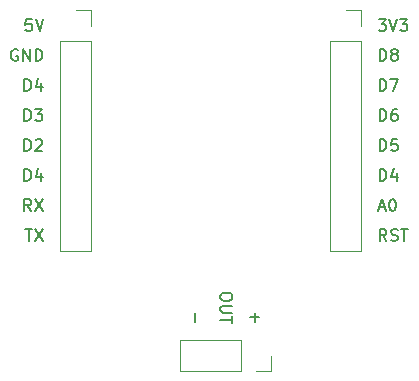
<source format=gbr>
%TF.GenerationSoftware,KiCad,Pcbnew,5.1.10-6.fc33*%
%TF.CreationDate,2021-11-22T15:00:23-05:00*%
%TF.ProjectId,ha_monitor,68615f6d-6f6e-4697-946f-722e6b696361,rev?*%
%TF.SameCoordinates,Original*%
%TF.FileFunction,Legend,Top*%
%TF.FilePolarity,Positive*%
%FSLAX46Y46*%
G04 Gerber Fmt 4.6, Leading zero omitted, Abs format (unit mm)*
G04 Created by KiCad (PCBNEW 5.1.10-6.fc33) date 2021-11-22 15:00:23*
%MOMM*%
%LPD*%
G01*
G04 APERTURE LIST*
%ADD10C,0.150000*%
%ADD11C,0.120000*%
G04 APERTURE END LIST*
D10*
X60888571Y-75102500D02*
X60888571Y-75864404D01*
X64047619Y-73673928D02*
X64047619Y-73864404D01*
X64000000Y-73959642D01*
X63904761Y-74054880D01*
X63714285Y-74102500D01*
X63380952Y-74102500D01*
X63190476Y-74054880D01*
X63095238Y-73959642D01*
X63047619Y-73864404D01*
X63047619Y-73673928D01*
X63095238Y-73578690D01*
X63190476Y-73483452D01*
X63380952Y-73435833D01*
X63714285Y-73435833D01*
X63904761Y-73483452D01*
X64000000Y-73578690D01*
X64047619Y-73673928D01*
X64047619Y-74531071D02*
X63238095Y-74531071D01*
X63142857Y-74578690D01*
X63095238Y-74626309D01*
X63047619Y-74721547D01*
X63047619Y-74912023D01*
X63095238Y-75007261D01*
X63142857Y-75054880D01*
X63238095Y-75102500D01*
X64047619Y-75102500D01*
X64047619Y-75435833D02*
X64047619Y-76007261D01*
X63047619Y-75721547D02*
X64047619Y-75721547D01*
X65968571Y-75102500D02*
X65968571Y-75864404D01*
X65587619Y-75483452D02*
X66349523Y-75483452D01*
X77107023Y-69032380D02*
X76773690Y-68556190D01*
X76535595Y-69032380D02*
X76535595Y-68032380D01*
X76916547Y-68032380D01*
X77011785Y-68080000D01*
X77059404Y-68127619D01*
X77107023Y-68222857D01*
X77107023Y-68365714D01*
X77059404Y-68460952D01*
X77011785Y-68508571D01*
X76916547Y-68556190D01*
X76535595Y-68556190D01*
X77487976Y-68984761D02*
X77630833Y-69032380D01*
X77868928Y-69032380D01*
X77964166Y-68984761D01*
X78011785Y-68937142D01*
X78059404Y-68841904D01*
X78059404Y-68746666D01*
X78011785Y-68651428D01*
X77964166Y-68603809D01*
X77868928Y-68556190D01*
X77678452Y-68508571D01*
X77583214Y-68460952D01*
X77535595Y-68413333D01*
X77487976Y-68318095D01*
X77487976Y-68222857D01*
X77535595Y-68127619D01*
X77583214Y-68080000D01*
X77678452Y-68032380D01*
X77916547Y-68032380D01*
X78059404Y-68080000D01*
X78345119Y-68032380D02*
X78916547Y-68032380D01*
X78630833Y-69032380D02*
X78630833Y-68032380D01*
X76487976Y-66206666D02*
X76964166Y-66206666D01*
X76392738Y-66492380D02*
X76726071Y-65492380D01*
X77059404Y-66492380D01*
X77583214Y-65492380D02*
X77678452Y-65492380D01*
X77773690Y-65540000D01*
X77821309Y-65587619D01*
X77868928Y-65682857D01*
X77916547Y-65873333D01*
X77916547Y-66111428D01*
X77868928Y-66301904D01*
X77821309Y-66397142D01*
X77773690Y-66444761D01*
X77678452Y-66492380D01*
X77583214Y-66492380D01*
X77487976Y-66444761D01*
X77440357Y-66397142D01*
X77392738Y-66301904D01*
X77345119Y-66111428D01*
X77345119Y-65873333D01*
X77392738Y-65682857D01*
X77440357Y-65587619D01*
X77487976Y-65540000D01*
X77583214Y-65492380D01*
X76535595Y-63952380D02*
X76535595Y-62952380D01*
X76773690Y-62952380D01*
X76916547Y-63000000D01*
X77011785Y-63095238D01*
X77059404Y-63190476D01*
X77107023Y-63380952D01*
X77107023Y-63523809D01*
X77059404Y-63714285D01*
X77011785Y-63809523D01*
X76916547Y-63904761D01*
X76773690Y-63952380D01*
X76535595Y-63952380D01*
X77964166Y-63285714D02*
X77964166Y-63952380D01*
X77726071Y-62904761D02*
X77487976Y-63619047D01*
X78107023Y-63619047D01*
X76535595Y-61412380D02*
X76535595Y-60412380D01*
X76773690Y-60412380D01*
X76916547Y-60460000D01*
X77011785Y-60555238D01*
X77059404Y-60650476D01*
X77107023Y-60840952D01*
X77107023Y-60983809D01*
X77059404Y-61174285D01*
X77011785Y-61269523D01*
X76916547Y-61364761D01*
X76773690Y-61412380D01*
X76535595Y-61412380D01*
X78011785Y-60412380D02*
X77535595Y-60412380D01*
X77487976Y-60888571D01*
X77535595Y-60840952D01*
X77630833Y-60793333D01*
X77868928Y-60793333D01*
X77964166Y-60840952D01*
X78011785Y-60888571D01*
X78059404Y-60983809D01*
X78059404Y-61221904D01*
X78011785Y-61317142D01*
X77964166Y-61364761D01*
X77868928Y-61412380D01*
X77630833Y-61412380D01*
X77535595Y-61364761D01*
X77487976Y-61317142D01*
X76535595Y-58872380D02*
X76535595Y-57872380D01*
X76773690Y-57872380D01*
X76916547Y-57920000D01*
X77011785Y-58015238D01*
X77059404Y-58110476D01*
X77107023Y-58300952D01*
X77107023Y-58443809D01*
X77059404Y-58634285D01*
X77011785Y-58729523D01*
X76916547Y-58824761D01*
X76773690Y-58872380D01*
X76535595Y-58872380D01*
X77964166Y-57872380D02*
X77773690Y-57872380D01*
X77678452Y-57920000D01*
X77630833Y-57967619D01*
X77535595Y-58110476D01*
X77487976Y-58300952D01*
X77487976Y-58681904D01*
X77535595Y-58777142D01*
X77583214Y-58824761D01*
X77678452Y-58872380D01*
X77868928Y-58872380D01*
X77964166Y-58824761D01*
X78011785Y-58777142D01*
X78059404Y-58681904D01*
X78059404Y-58443809D01*
X78011785Y-58348571D01*
X77964166Y-58300952D01*
X77868928Y-58253333D01*
X77678452Y-58253333D01*
X77583214Y-58300952D01*
X77535595Y-58348571D01*
X77487976Y-58443809D01*
X76535595Y-56332380D02*
X76535595Y-55332380D01*
X76773690Y-55332380D01*
X76916547Y-55380000D01*
X77011785Y-55475238D01*
X77059404Y-55570476D01*
X77107023Y-55760952D01*
X77107023Y-55903809D01*
X77059404Y-56094285D01*
X77011785Y-56189523D01*
X76916547Y-56284761D01*
X76773690Y-56332380D01*
X76535595Y-56332380D01*
X77440357Y-55332380D02*
X78107023Y-55332380D01*
X77678452Y-56332380D01*
X76535595Y-53792380D02*
X76535595Y-52792380D01*
X76773690Y-52792380D01*
X76916547Y-52840000D01*
X77011785Y-52935238D01*
X77059404Y-53030476D01*
X77107023Y-53220952D01*
X77107023Y-53363809D01*
X77059404Y-53554285D01*
X77011785Y-53649523D01*
X76916547Y-53744761D01*
X76773690Y-53792380D01*
X76535595Y-53792380D01*
X77678452Y-53220952D02*
X77583214Y-53173333D01*
X77535595Y-53125714D01*
X77487976Y-53030476D01*
X77487976Y-52982857D01*
X77535595Y-52887619D01*
X77583214Y-52840000D01*
X77678452Y-52792380D01*
X77868928Y-52792380D01*
X77964166Y-52840000D01*
X78011785Y-52887619D01*
X78059404Y-52982857D01*
X78059404Y-53030476D01*
X78011785Y-53125714D01*
X77964166Y-53173333D01*
X77868928Y-53220952D01*
X77678452Y-53220952D01*
X77583214Y-53268571D01*
X77535595Y-53316190D01*
X77487976Y-53411428D01*
X77487976Y-53601904D01*
X77535595Y-53697142D01*
X77583214Y-53744761D01*
X77678452Y-53792380D01*
X77868928Y-53792380D01*
X77964166Y-53744761D01*
X78011785Y-53697142D01*
X78059404Y-53601904D01*
X78059404Y-53411428D01*
X78011785Y-53316190D01*
X77964166Y-53268571D01*
X77868928Y-53220952D01*
X76440357Y-50252380D02*
X77059404Y-50252380D01*
X76726071Y-50633333D01*
X76868928Y-50633333D01*
X76964166Y-50680952D01*
X77011785Y-50728571D01*
X77059404Y-50823809D01*
X77059404Y-51061904D01*
X77011785Y-51157142D01*
X76964166Y-51204761D01*
X76868928Y-51252380D01*
X76583214Y-51252380D01*
X76487976Y-51204761D01*
X76440357Y-51157142D01*
X77345119Y-50252380D02*
X77678452Y-51252380D01*
X78011785Y-50252380D01*
X78249880Y-50252380D02*
X78868928Y-50252380D01*
X78535595Y-50633333D01*
X78678452Y-50633333D01*
X78773690Y-50680952D01*
X78821309Y-50728571D01*
X78868928Y-50823809D01*
X78868928Y-51061904D01*
X78821309Y-51157142D01*
X78773690Y-51204761D01*
X78678452Y-51252380D01*
X78392738Y-51252380D01*
X78297500Y-51204761D01*
X78249880Y-51157142D01*
X46543452Y-68032380D02*
X47114880Y-68032380D01*
X46829166Y-69032380D02*
X46829166Y-68032380D01*
X47352976Y-68032380D02*
X48019642Y-69032380D01*
X48019642Y-68032380D02*
X47352976Y-69032380D01*
X47019642Y-66492380D02*
X46686309Y-66016190D01*
X46448214Y-66492380D02*
X46448214Y-65492380D01*
X46829166Y-65492380D01*
X46924404Y-65540000D01*
X46972023Y-65587619D01*
X47019642Y-65682857D01*
X47019642Y-65825714D01*
X46972023Y-65920952D01*
X46924404Y-65968571D01*
X46829166Y-66016190D01*
X46448214Y-66016190D01*
X47352976Y-65492380D02*
X48019642Y-66492380D01*
X48019642Y-65492380D02*
X47352976Y-66492380D01*
X46448214Y-63952380D02*
X46448214Y-62952380D01*
X46686309Y-62952380D01*
X46829166Y-63000000D01*
X46924404Y-63095238D01*
X46972023Y-63190476D01*
X47019642Y-63380952D01*
X47019642Y-63523809D01*
X46972023Y-63714285D01*
X46924404Y-63809523D01*
X46829166Y-63904761D01*
X46686309Y-63952380D01*
X46448214Y-63952380D01*
X47876785Y-63285714D02*
X47876785Y-63952380D01*
X47638690Y-62904761D02*
X47400595Y-63619047D01*
X48019642Y-63619047D01*
X46448214Y-61412380D02*
X46448214Y-60412380D01*
X46686309Y-60412380D01*
X46829166Y-60460000D01*
X46924404Y-60555238D01*
X46972023Y-60650476D01*
X47019642Y-60840952D01*
X47019642Y-60983809D01*
X46972023Y-61174285D01*
X46924404Y-61269523D01*
X46829166Y-61364761D01*
X46686309Y-61412380D01*
X46448214Y-61412380D01*
X47400595Y-60507619D02*
X47448214Y-60460000D01*
X47543452Y-60412380D01*
X47781547Y-60412380D01*
X47876785Y-60460000D01*
X47924404Y-60507619D01*
X47972023Y-60602857D01*
X47972023Y-60698095D01*
X47924404Y-60840952D01*
X47352976Y-61412380D01*
X47972023Y-61412380D01*
X46448214Y-58872380D02*
X46448214Y-57872380D01*
X46686309Y-57872380D01*
X46829166Y-57920000D01*
X46924404Y-58015238D01*
X46972023Y-58110476D01*
X47019642Y-58300952D01*
X47019642Y-58443809D01*
X46972023Y-58634285D01*
X46924404Y-58729523D01*
X46829166Y-58824761D01*
X46686309Y-58872380D01*
X46448214Y-58872380D01*
X47352976Y-57872380D02*
X47972023Y-57872380D01*
X47638690Y-58253333D01*
X47781547Y-58253333D01*
X47876785Y-58300952D01*
X47924404Y-58348571D01*
X47972023Y-58443809D01*
X47972023Y-58681904D01*
X47924404Y-58777142D01*
X47876785Y-58824761D01*
X47781547Y-58872380D01*
X47495833Y-58872380D01*
X47400595Y-58824761D01*
X47352976Y-58777142D01*
X46448214Y-56332380D02*
X46448214Y-55332380D01*
X46686309Y-55332380D01*
X46829166Y-55380000D01*
X46924404Y-55475238D01*
X46972023Y-55570476D01*
X47019642Y-55760952D01*
X47019642Y-55903809D01*
X46972023Y-56094285D01*
X46924404Y-56189523D01*
X46829166Y-56284761D01*
X46686309Y-56332380D01*
X46448214Y-56332380D01*
X47876785Y-55665714D02*
X47876785Y-56332380D01*
X47638690Y-55284761D02*
X47400595Y-55999047D01*
X48019642Y-55999047D01*
X45876785Y-52840000D02*
X45781547Y-52792380D01*
X45638690Y-52792380D01*
X45495833Y-52840000D01*
X45400595Y-52935238D01*
X45352976Y-53030476D01*
X45305357Y-53220952D01*
X45305357Y-53363809D01*
X45352976Y-53554285D01*
X45400595Y-53649523D01*
X45495833Y-53744761D01*
X45638690Y-53792380D01*
X45733928Y-53792380D01*
X45876785Y-53744761D01*
X45924404Y-53697142D01*
X45924404Y-53363809D01*
X45733928Y-53363809D01*
X46352976Y-53792380D02*
X46352976Y-52792380D01*
X46924404Y-53792380D01*
X46924404Y-52792380D01*
X47400595Y-53792380D02*
X47400595Y-52792380D01*
X47638690Y-52792380D01*
X47781547Y-52840000D01*
X47876785Y-52935238D01*
X47924404Y-53030476D01*
X47972023Y-53220952D01*
X47972023Y-53363809D01*
X47924404Y-53554285D01*
X47876785Y-53649523D01*
X47781547Y-53744761D01*
X47638690Y-53792380D01*
X47400595Y-53792380D01*
X47067261Y-50252380D02*
X46591071Y-50252380D01*
X46543452Y-50728571D01*
X46591071Y-50680952D01*
X46686309Y-50633333D01*
X46924404Y-50633333D01*
X47019642Y-50680952D01*
X47067261Y-50728571D01*
X47114880Y-50823809D01*
X47114880Y-51061904D01*
X47067261Y-51157142D01*
X47019642Y-51204761D01*
X46924404Y-51252380D01*
X46686309Y-51252380D01*
X46591071Y-51204761D01*
X46543452Y-51157142D01*
X47400595Y-50252380D02*
X47733928Y-51252380D01*
X48067261Y-50252380D01*
D11*
%TO.C,J2*%
X50800000Y-49470000D02*
X52130000Y-49470000D01*
X52130000Y-49470000D02*
X52130000Y-50800000D01*
X52130000Y-52070000D02*
X52130000Y-69910000D01*
X49470000Y-69910000D02*
X52130000Y-69910000D01*
X49470000Y-52070000D02*
X49470000Y-69910000D01*
X49470000Y-52070000D02*
X52130000Y-52070000D01*
%TO.C,J3*%
X72330000Y-52070000D02*
X74990000Y-52070000D01*
X72330000Y-52070000D02*
X72330000Y-69910000D01*
X72330000Y-69910000D02*
X74990000Y-69910000D01*
X74990000Y-52070000D02*
X74990000Y-69910000D01*
X74990000Y-49470000D02*
X74990000Y-50800000D01*
X73660000Y-49470000D02*
X74990000Y-49470000D01*
%TO.C,J5*%
X67370000Y-78740000D02*
X67370000Y-80070000D01*
X67370000Y-80070000D02*
X66040000Y-80070000D01*
X64770000Y-80070000D02*
X59630000Y-80070000D01*
X59630000Y-77410000D02*
X59630000Y-80070000D01*
X64770000Y-77410000D02*
X59630000Y-77410000D01*
X64770000Y-77410000D02*
X64770000Y-80070000D01*
%TD*%
M02*

</source>
